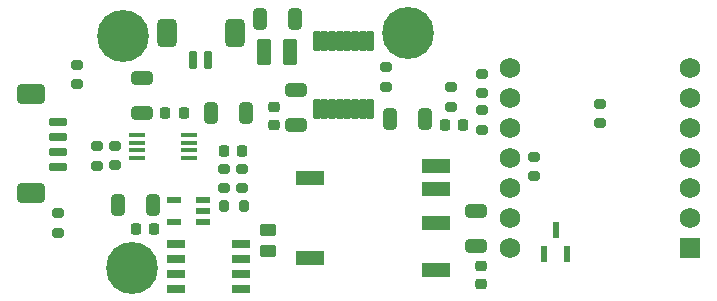
<source format=gbr>
%TF.GenerationSoftware,KiCad,Pcbnew,7.0.6*%
%TF.CreationDate,2024-04-06T17:32:54-04:00*%
%TF.ProjectId,5.2_5V,352e325f-3556-42e6-9b69-6361645f7063,rev?*%
%TF.SameCoordinates,Original*%
%TF.FileFunction,Soldermask,Top*%
%TF.FilePolarity,Negative*%
%FSLAX46Y46*%
G04 Gerber Fmt 4.6, Leading zero omitted, Abs format (unit mm)*
G04 Created by KiCad (PCBNEW 7.0.6) date 2024-04-06 17:32:54*
%MOMM*%
%LPD*%
G01*
G04 APERTURE LIST*
G04 Aperture macros list*
%AMRoundRect*
0 Rectangle with rounded corners*
0 $1 Rounding radius*
0 $2 $3 $4 $5 $6 $7 $8 $9 X,Y pos of 4 corners*
0 Add a 4 corners polygon primitive as box body*
4,1,4,$2,$3,$4,$5,$6,$7,$8,$9,$2,$3,0*
0 Add four circle primitives for the rounded corners*
1,1,$1+$1,$2,$3*
1,1,$1+$1,$4,$5*
1,1,$1+$1,$6,$7*
1,1,$1+$1,$8,$9*
0 Add four rect primitives between the rounded corners*
20,1,$1+$1,$2,$3,$4,$5,0*
20,1,$1+$1,$4,$5,$6,$7,0*
20,1,$1+$1,$6,$7,$8,$9,0*
20,1,$1+$1,$8,$9,$2,$3,0*%
G04 Aperture macros list end*
%ADD10RoundRect,0.200000X-0.275000X0.200000X-0.275000X-0.200000X0.275000X-0.200000X0.275000X0.200000X0*%
%ADD11R,1.400000X0.450000*%
%ADD12RoundRect,0.225000X-0.225000X-0.250000X0.225000X-0.250000X0.225000X0.250000X-0.225000X0.250000X0*%
%ADD13R,2.440000X1.200000*%
%ADD14RoundRect,0.200000X0.275000X-0.200000X0.275000X0.200000X-0.275000X0.200000X-0.275000X-0.200000X0*%
%ADD15RoundRect,0.250000X-0.325000X-0.650000X0.325000X-0.650000X0.325000X0.650000X-0.325000X0.650000X0*%
%ADD16RoundRect,0.225000X-0.250000X0.225000X-0.250000X-0.225000X0.250000X-0.225000X0.250000X0.225000X0*%
%ADD17RoundRect,0.425000X0.775000X-0.425000X0.775000X0.425000X-0.775000X0.425000X-0.775000X-0.425000X0*%
%ADD18RoundRect,0.150000X0.650000X-0.150000X0.650000X0.150000X-0.650000X0.150000X-0.650000X-0.150000X0*%
%ADD19RoundRect,0.250000X0.650000X-0.325000X0.650000X0.325000X-0.650000X0.325000X-0.650000X-0.325000X0*%
%ADD20RoundRect,0.425000X-0.425000X-0.775000X0.425000X-0.775000X0.425000X0.775000X-0.425000X0.775000X0*%
%ADD21RoundRect,0.150000X-0.150000X-0.650000X0.150000X-0.650000X0.150000X0.650000X-0.150000X0.650000X0*%
%ADD22C,4.400000*%
%ADD23RoundRect,0.225000X0.225000X0.250000X-0.225000X0.250000X-0.225000X-0.250000X0.225000X-0.250000X0*%
%ADD24R,0.558800X1.320800*%
%ADD25RoundRect,0.200000X-0.200000X-0.275000X0.200000X-0.275000X0.200000X0.275000X-0.200000X0.275000X0*%
%ADD26RoundRect,0.250000X0.450000X-0.262500X0.450000X0.262500X-0.450000X0.262500X-0.450000X-0.262500X0*%
%ADD27RoundRect,0.250000X-0.375000X-0.850000X0.375000X-0.850000X0.375000X0.850000X-0.375000X0.850000X0*%
%ADD28RoundRect,0.250000X-0.650000X0.325000X-0.650000X-0.325000X0.650000X-0.325000X0.650000X0.325000X0*%
%ADD29RoundRect,0.102000X0.765000X0.765000X-0.765000X0.765000X-0.765000X-0.765000X0.765000X-0.765000X0*%
%ADD30C,1.734000*%
%ADD31R,1.526000X0.650000*%
%ADD32RoundRect,0.250000X0.325000X0.650000X-0.325000X0.650000X-0.325000X-0.650000X0.325000X-0.650000X0*%
%ADD33R,1.200000X0.600000*%
%ADD34RoundRect,0.122500X-0.184500X0.764500X-0.184500X-0.764500X0.184500X-0.764500X0.184500X0.764500X0*%
G04 APERTURE END LIST*
D10*
%TO.C,R11*%
X131550000Y-36900000D03*
X131550000Y-38550000D03*
%TD*%
D11*
%TO.C,IC1*%
X136611000Y-42840000D03*
X136611000Y-43490000D03*
X136611000Y-44140000D03*
X136611000Y-44790000D03*
X141011000Y-44790000D03*
X141011000Y-44140000D03*
X141011000Y-43490000D03*
X141011000Y-42840000D03*
%TD*%
D12*
%TO.C,C3*%
X144005000Y-44196000D03*
X145555000Y-44196000D03*
%TD*%
D13*
%TO.C,PS2*%
X161925000Y-45466000D03*
X161925000Y-47466000D03*
X161925000Y-50266000D03*
X161925000Y-54266000D03*
X151285000Y-46466000D03*
X151285000Y-53266000D03*
%TD*%
D10*
%TO.C,R2*%
X170240000Y-44675000D03*
X170240000Y-46325000D03*
%TD*%
D14*
%TO.C,R5*%
X175850000Y-41875000D03*
X175850000Y-40225000D03*
%TD*%
D15*
%TO.C,C7*%
X135035000Y-48740000D03*
X137985000Y-48740000D03*
%TD*%
D16*
%TO.C,C4*%
X165735000Y-53950000D03*
X165735000Y-55500000D03*
%TD*%
D17*
%TO.C,J2*%
X127671000Y-47775500D03*
X127671000Y-39425500D03*
D18*
X129921000Y-41775500D03*
X129921000Y-43025500D03*
X129921000Y-44275500D03*
X129921000Y-45525500D03*
%TD*%
D19*
%TO.C,C15*%
X150114000Y-41988000D03*
X150114000Y-39038000D03*
%TD*%
D20*
%TO.C,J1*%
X139148500Y-34260500D03*
X144898500Y-34260500D03*
D21*
X142648500Y-36510500D03*
X141398500Y-36510500D03*
%TD*%
D10*
%TO.C,R1*%
X157675000Y-37100000D03*
X157675000Y-38750000D03*
%TD*%
D22*
%TO.C,H3*%
X159562800Y-34239200D03*
%TD*%
D16*
%TO.C,C14*%
X148209000Y-40500000D03*
X148209000Y-42050000D03*
%TD*%
D10*
%TO.C,R10*%
X129900000Y-49475000D03*
X129900000Y-51125000D03*
%TD*%
%TO.C,R6*%
X163195000Y-38799000D03*
X163195000Y-40449000D03*
%TD*%
D23*
%TO.C,C6*%
X138085000Y-50780000D03*
X136535000Y-50780000D03*
%TD*%
D10*
%TO.C,RG1*%
X134775000Y-43775000D03*
X134775000Y-45425000D03*
%TD*%
D24*
%TO.C,D1*%
X171122500Y-52966000D03*
X173027500Y-52966000D03*
X172075000Y-50934000D03*
%TD*%
D14*
%TO.C,R8*%
X145542000Y-47370000D03*
X145542000Y-45720000D03*
%TD*%
D25*
%TO.C,R12*%
X144018000Y-48895000D03*
X145668000Y-48895000D03*
%TD*%
D15*
%TO.C,C11*%
X142924000Y-41021000D03*
X145874000Y-41021000D03*
%TD*%
D26*
%TO.C,R7*%
X147701000Y-52705000D03*
X147701000Y-50880000D03*
%TD*%
D27*
%TO.C,L1*%
X147388000Y-35814000D03*
X149538000Y-35814000D03*
%TD*%
D10*
%TO.C,R4*%
X165862000Y-40750000D03*
X165862000Y-42400000D03*
%TD*%
D28*
%TO.C,C12*%
X137025000Y-38000000D03*
X137025000Y-40950000D03*
%TD*%
D10*
%TO.C,RG1\u002C2*%
X133223000Y-43789600D03*
X133223000Y-45439600D03*
%TD*%
D22*
%TO.C,H2*%
X136194800Y-54102000D03*
%TD*%
D12*
%TO.C,C1*%
X162674000Y-42037000D03*
X164224000Y-42037000D03*
%TD*%
D29*
%TO.C,U3*%
X183432500Y-52380000D03*
D30*
X183432500Y-49840000D03*
X183432500Y-47300000D03*
X183432500Y-44760000D03*
X183432500Y-42220000D03*
X183432500Y-39680000D03*
X183432500Y-37140000D03*
X168192500Y-37140000D03*
X168192500Y-39680000D03*
X168192500Y-42220000D03*
X168192500Y-44760000D03*
X168192500Y-47300000D03*
X168192500Y-49840000D03*
X168192500Y-52380000D03*
%TD*%
D31*
%TO.C,IC2*%
X139963000Y-52070000D03*
X139963000Y-53340000D03*
X139963000Y-54610000D03*
X139963000Y-55880000D03*
X145387000Y-55880000D03*
X145387000Y-54610000D03*
X145387000Y-53340000D03*
X145387000Y-52070000D03*
%TD*%
D32*
%TO.C,C13*%
X149987000Y-33020000D03*
X147037000Y-33020000D03*
%TD*%
D28*
%TO.C,C5*%
X165354000Y-49325000D03*
X165354000Y-52275000D03*
%TD*%
D12*
%TO.C,C10*%
X139025000Y-40950000D03*
X140575000Y-40950000D03*
%TD*%
D15*
%TO.C,C2*%
X158037000Y-41529000D03*
X160987000Y-41529000D03*
%TD*%
D14*
%TO.C,R3*%
X165862000Y-39306000D03*
X165862000Y-37656000D03*
%TD*%
D33*
%TO.C,IC4*%
X142250000Y-50250000D03*
X142250000Y-49300000D03*
X142250000Y-48350000D03*
X139750000Y-48350000D03*
X139750000Y-50250000D03*
%TD*%
D14*
%TO.C,R9*%
X144018000Y-47370000D03*
X144018000Y-45720000D03*
%TD*%
D34*
%TO.C,U1*%
X156375000Y-34885000D03*
X155725000Y-34885000D03*
X155075000Y-34885000D03*
X154425000Y-34885000D03*
X153775000Y-34885000D03*
X153125000Y-34885000D03*
X152475000Y-34885000D03*
X151825000Y-34885000D03*
X151825000Y-40625000D03*
X152475000Y-40625000D03*
X153125000Y-40625000D03*
X153775000Y-40625000D03*
X154425000Y-40625000D03*
X155075000Y-40625000D03*
X155725000Y-40625000D03*
X156375000Y-40625000D03*
%TD*%
D22*
%TO.C,H1*%
X135432800Y-34442400D03*
%TD*%
M02*

</source>
